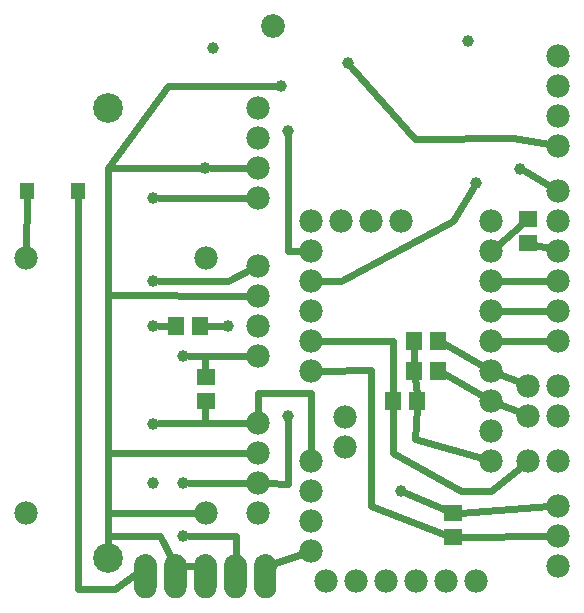
<source format=gbl>
G04 MADE WITH FRITZING*
G04 WWW.FRITZING.ORG*
G04 DOUBLE SIDED*
G04 HOLES PLATED*
G04 CONTOUR ON CENTER OF CONTOUR VECTOR*
%ASAXBY*%
%FSLAX23Y23*%
%MOIN*%
%OFA0B0*%
%SFA1.0B1.0*%
%ADD10C,0.039370*%
%ADD11C,0.079370*%
%ADD12C,0.099055*%
%ADD13C,0.078000*%
%ADD14C,0.074000*%
%ADD15R,0.055118X0.059055*%
%ADD16R,0.059055X0.055118*%
%ADD17R,0.050000X0.057874*%
%ADD18C,0.024000*%
%ADD19R,0.001000X0.001000*%
%LNCOPPER0*%
G90*
G70*
G54D10*
X746Y1833D03*
X971Y1708D03*
G54D11*
X946Y1908D03*
G54D12*
X396Y133D03*
X396Y1633D03*
G54D10*
X1621Y1383D03*
G54D13*
X1671Y458D03*
X1671Y558D03*
X1671Y658D03*
X1671Y758D03*
X1671Y858D03*
X1671Y958D03*
X1671Y1058D03*
X1671Y1158D03*
X1671Y1258D03*
X1671Y458D03*
X1671Y558D03*
X1671Y658D03*
X1671Y758D03*
X1671Y858D03*
X1671Y958D03*
X1671Y1058D03*
X1671Y1158D03*
X1671Y1258D03*
X1121Y58D03*
X1221Y58D03*
X1321Y58D03*
X1421Y58D03*
X1521Y58D03*
X1621Y58D03*
X1896Y1358D03*
X1896Y1258D03*
X1896Y1158D03*
X1896Y1808D03*
X1896Y1708D03*
X1896Y1608D03*
X1896Y1508D03*
X1184Y604D03*
X1184Y504D03*
X1184Y604D03*
X1184Y504D03*
X894Y283D03*
X894Y383D03*
X894Y483D03*
X894Y583D03*
G54D10*
X1196Y1783D03*
X1596Y1858D03*
G54D13*
X1071Y1258D03*
X1071Y1158D03*
X1071Y1058D03*
X1071Y958D03*
X1071Y858D03*
X1071Y758D03*
X1171Y1258D03*
X1271Y1258D03*
X1371Y1258D03*
X1071Y458D03*
X1071Y358D03*
X1071Y258D03*
X1071Y158D03*
X894Y1333D03*
X894Y1433D03*
X894Y1533D03*
X894Y1633D03*
G54D10*
X546Y1333D03*
X646Y383D03*
G54D13*
X1896Y708D03*
X1796Y708D03*
X1896Y708D03*
X1796Y708D03*
X1896Y608D03*
X1796Y608D03*
X1896Y608D03*
X1796Y608D03*
X1796Y458D03*
X1896Y458D03*
X1796Y458D03*
X1896Y458D03*
X1896Y108D03*
X1896Y208D03*
X1896Y308D03*
G54D14*
X821Y108D03*
X821Y108D03*
X821Y108D03*
X521Y108D03*
X521Y108D03*
X521Y108D03*
X621Y108D03*
X621Y108D03*
X621Y108D03*
X721Y108D03*
X721Y108D03*
X721Y108D03*
G54D10*
X1770Y1432D03*
G54D13*
X721Y1133D03*
X721Y1133D03*
X721Y283D03*
X721Y283D03*
X121Y1133D03*
X121Y1133D03*
X121Y283D03*
X121Y283D03*
G54D10*
X547Y383D03*
G54D14*
X921Y108D03*
X921Y108D03*
X921Y108D03*
G54D13*
X1896Y1058D03*
X1896Y958D03*
X1896Y858D03*
G54D10*
X996Y1558D03*
X1371Y358D03*
G54D13*
X894Y808D03*
X894Y908D03*
X894Y1008D03*
X894Y1108D03*
G54D10*
X996Y608D03*
X646Y207D03*
X719Y1433D03*
X546Y1058D03*
X545Y582D03*
X647Y809D03*
X795Y907D03*
X546Y908D03*
G54D15*
X1496Y858D03*
X1415Y858D03*
G54D16*
X1796Y1183D03*
X1796Y1264D03*
G54D15*
X1346Y658D03*
X1426Y658D03*
G54D16*
X1546Y283D03*
X1546Y203D03*
G54D15*
X1496Y758D03*
X1415Y758D03*
X621Y908D03*
X701Y908D03*
G54D16*
X721Y658D03*
X721Y739D03*
G54D17*
X296Y1358D03*
X126Y1358D03*
G54D18*
X396Y283D02*
X396Y1010D01*
D02*
X396Y283D02*
X396Y174D01*
D02*
X1866Y1514D02*
X1746Y1535D01*
D02*
X1746Y1535D02*
X1419Y1532D01*
D02*
X1419Y1532D02*
X1208Y1769D01*
D02*
X1772Y1244D02*
X1694Y1178D01*
D02*
X1547Y1259D02*
X1171Y1058D01*
D02*
X1611Y1367D02*
X1547Y1259D01*
D02*
X1171Y1058D02*
X1101Y1058D01*
D02*
X1071Y684D02*
X897Y684D01*
D02*
X897Y684D02*
X895Y613D01*
D02*
X1071Y489D02*
X1071Y684D01*
D02*
X1820Y1177D02*
X1867Y1166D01*
D02*
X565Y1333D02*
X864Y1333D01*
D02*
X396Y283D02*
X394Y484D01*
D02*
X394Y484D02*
X864Y483D01*
D02*
X665Y383D02*
X864Y383D01*
D02*
X1042Y149D02*
X952Y119D01*
D02*
X1699Y747D02*
X1768Y720D01*
D02*
X1699Y647D02*
X1768Y620D01*
D02*
X1645Y773D02*
X1518Y846D01*
D02*
X1645Y673D02*
X1518Y746D01*
D02*
X1870Y1374D02*
X1786Y1423D01*
D02*
X396Y283D02*
X691Y283D01*
D02*
X121Y1164D02*
X126Y1335D01*
D02*
X295Y32D02*
X296Y1335D01*
D02*
X420Y32D02*
X295Y32D01*
D02*
X494Y88D02*
X420Y32D01*
D02*
X864Y1433D02*
X738Y1433D01*
D02*
X1866Y858D02*
X1701Y858D01*
D02*
X1866Y958D02*
X1701Y958D01*
D02*
X1866Y1058D02*
X1701Y1058D01*
D02*
X569Y207D02*
X394Y207D01*
D02*
X394Y207D02*
X395Y174D01*
D02*
X605Y138D02*
X569Y207D01*
D02*
X688Y108D02*
X654Y108D01*
D02*
X1415Y834D02*
X1415Y782D01*
D02*
X1418Y734D02*
X1424Y682D01*
D02*
X1420Y532D02*
X1642Y467D01*
D02*
X1425Y634D02*
X1420Y532D01*
D02*
X1346Y858D02*
X1346Y682D01*
D02*
X1101Y858D02*
X1346Y858D01*
D02*
X1571Y358D02*
X1671Y358D01*
D02*
X1671Y358D02*
X1772Y439D01*
D02*
X1346Y484D02*
X1571Y358D01*
D02*
X1346Y634D02*
X1346Y484D01*
D02*
X995Y1157D02*
X1041Y1158D01*
D02*
X996Y1539D02*
X995Y1157D01*
D02*
X1570Y285D02*
X1866Y306D01*
D02*
X1272Y309D02*
X1271Y760D01*
D02*
X1271Y760D02*
X1101Y759D01*
D02*
X1272Y309D02*
X1522Y212D01*
D02*
X1522Y294D02*
X1388Y351D01*
D02*
X1866Y208D02*
X1570Y203D01*
D02*
X595Y1709D02*
X394Y1433D01*
D02*
X995Y382D02*
X996Y589D01*
D02*
X924Y383D02*
X995Y382D01*
D02*
X665Y207D02*
X821Y207D01*
D02*
X821Y207D02*
X821Y142D01*
D02*
X564Y583D02*
X720Y583D01*
D02*
X720Y583D02*
X864Y583D01*
D02*
X396Y1010D02*
X394Y1433D01*
D02*
X666Y809D02*
X864Y808D01*
D02*
X565Y1058D02*
X795Y1058D01*
D02*
X795Y1058D02*
X867Y1095D01*
D02*
X396Y1010D02*
X864Y1008D01*
D02*
X952Y1708D02*
X595Y1709D01*
D02*
X700Y1433D02*
X394Y1433D01*
D02*
X720Y583D02*
X720Y636D01*
D02*
X720Y808D02*
X720Y761D01*
D02*
X666Y809D02*
X720Y808D01*
D02*
X776Y908D02*
X723Y908D01*
D02*
X565Y908D02*
X599Y908D01*
G54D19*
X513Y146D02*
X527Y146D01*
X613Y146D02*
X627Y146D01*
X713Y146D02*
X727Y146D01*
X813Y146D02*
X827Y146D01*
X913Y146D02*
X927Y146D01*
X509Y145D02*
X531Y145D01*
X609Y145D02*
X631Y145D01*
X709Y145D02*
X731Y145D01*
X809Y145D02*
X831Y145D01*
X909Y145D02*
X931Y145D01*
X506Y144D02*
X534Y144D01*
X606Y144D02*
X634Y144D01*
X706Y144D02*
X734Y144D01*
X806Y144D02*
X834Y144D01*
X906Y144D02*
X934Y144D01*
X504Y143D02*
X536Y143D01*
X604Y143D02*
X636Y143D01*
X704Y143D02*
X736Y143D01*
X804Y143D02*
X836Y143D01*
X904Y143D02*
X936Y143D01*
X502Y142D02*
X538Y142D01*
X602Y142D02*
X638Y142D01*
X702Y142D02*
X738Y142D01*
X802Y142D02*
X838Y142D01*
X902Y142D02*
X938Y142D01*
X501Y141D02*
X540Y141D01*
X601Y141D02*
X640Y141D01*
X701Y141D02*
X739Y141D01*
X801Y141D02*
X839Y141D01*
X901Y141D02*
X939Y141D01*
X499Y140D02*
X541Y140D01*
X599Y140D02*
X641Y140D01*
X699Y140D02*
X741Y140D01*
X799Y140D02*
X841Y140D01*
X899Y140D02*
X941Y140D01*
X498Y139D02*
X542Y139D01*
X598Y139D02*
X642Y139D01*
X698Y139D02*
X742Y139D01*
X798Y139D02*
X842Y139D01*
X898Y139D02*
X942Y139D01*
X497Y138D02*
X544Y138D01*
X597Y138D02*
X644Y138D01*
X697Y138D02*
X744Y138D01*
X797Y138D02*
X844Y138D01*
X897Y138D02*
X943Y138D01*
X496Y137D02*
X545Y137D01*
X595Y137D02*
X645Y137D01*
X695Y137D02*
X745Y137D01*
X795Y137D02*
X845Y137D01*
X895Y137D02*
X945Y137D01*
X494Y136D02*
X546Y136D01*
X594Y136D02*
X646Y136D01*
X694Y136D02*
X746Y136D01*
X794Y136D02*
X846Y136D01*
X894Y136D02*
X946Y136D01*
X494Y135D02*
X547Y135D01*
X593Y135D02*
X647Y135D01*
X693Y135D02*
X747Y135D01*
X793Y135D02*
X847Y135D01*
X893Y135D02*
X947Y135D01*
X493Y134D02*
X548Y134D01*
X593Y134D02*
X648Y134D01*
X693Y134D02*
X748Y134D01*
X793Y134D02*
X848Y134D01*
X892Y134D02*
X948Y134D01*
X492Y133D02*
X548Y133D01*
X592Y133D02*
X648Y133D01*
X692Y133D02*
X748Y133D01*
X792Y133D02*
X848Y133D01*
X892Y133D02*
X948Y133D01*
X491Y132D02*
X549Y132D01*
X591Y132D02*
X649Y132D01*
X691Y132D02*
X749Y132D01*
X791Y132D02*
X849Y132D01*
X891Y132D02*
X949Y132D01*
X490Y131D02*
X514Y131D01*
X526Y131D02*
X550Y131D01*
X590Y131D02*
X614Y131D01*
X626Y131D02*
X650Y131D01*
X690Y131D02*
X714Y131D01*
X726Y131D02*
X750Y131D01*
X790Y131D02*
X814Y131D01*
X826Y131D02*
X850Y131D01*
X890Y131D02*
X914Y131D01*
X926Y131D02*
X950Y131D01*
X490Y130D02*
X511Y130D01*
X529Y130D02*
X551Y130D01*
X590Y130D02*
X611Y130D01*
X629Y130D02*
X651Y130D01*
X690Y130D02*
X711Y130D01*
X729Y130D02*
X751Y130D01*
X790Y130D02*
X811Y130D01*
X829Y130D02*
X851Y130D01*
X889Y130D02*
X911Y130D01*
X929Y130D02*
X951Y130D01*
X489Y129D02*
X509Y129D01*
X531Y129D02*
X551Y129D01*
X589Y129D02*
X609Y129D01*
X631Y129D02*
X651Y129D01*
X689Y129D02*
X709Y129D01*
X731Y129D02*
X751Y129D01*
X789Y129D02*
X809Y129D01*
X831Y129D02*
X851Y129D01*
X889Y129D02*
X909Y129D01*
X931Y129D02*
X951Y129D01*
X488Y128D02*
X507Y128D01*
X533Y128D02*
X552Y128D01*
X588Y128D02*
X607Y128D01*
X633Y128D02*
X652Y128D01*
X688Y128D02*
X707Y128D01*
X733Y128D02*
X752Y128D01*
X788Y128D02*
X807Y128D01*
X833Y128D02*
X852Y128D01*
X888Y128D02*
X907Y128D01*
X933Y128D02*
X952Y128D01*
X488Y127D02*
X506Y127D01*
X534Y127D02*
X552Y127D01*
X588Y127D02*
X606Y127D01*
X634Y127D02*
X652Y127D01*
X688Y127D02*
X706Y127D01*
X734Y127D02*
X752Y127D01*
X788Y127D02*
X806Y127D01*
X834Y127D02*
X852Y127D01*
X888Y127D02*
X906Y127D01*
X934Y127D02*
X952Y127D01*
X487Y126D02*
X505Y126D01*
X535Y126D02*
X553Y126D01*
X587Y126D02*
X605Y126D01*
X635Y126D02*
X653Y126D01*
X687Y126D02*
X705Y126D01*
X735Y126D02*
X753Y126D01*
X787Y126D02*
X805Y126D01*
X835Y126D02*
X853Y126D01*
X887Y126D02*
X905Y126D01*
X935Y126D02*
X953Y126D01*
X487Y125D02*
X504Y125D01*
X537Y125D02*
X553Y125D01*
X587Y125D02*
X604Y125D01*
X636Y125D02*
X653Y125D01*
X687Y125D02*
X704Y125D01*
X736Y125D02*
X753Y125D01*
X787Y125D02*
X804Y125D01*
X836Y125D02*
X853Y125D01*
X887Y125D02*
X904Y125D01*
X936Y125D02*
X953Y125D01*
X486Y124D02*
X503Y124D01*
X537Y124D02*
X554Y124D01*
X586Y124D02*
X603Y124D01*
X637Y124D02*
X654Y124D01*
X686Y124D02*
X703Y124D01*
X737Y124D02*
X754Y124D01*
X786Y124D02*
X803Y124D01*
X837Y124D02*
X854Y124D01*
X886Y124D02*
X903Y124D01*
X937Y124D02*
X954Y124D01*
X486Y123D02*
X502Y123D01*
X538Y123D02*
X554Y123D01*
X586Y123D02*
X602Y123D01*
X638Y123D02*
X654Y123D01*
X686Y123D02*
X702Y123D01*
X738Y123D02*
X754Y123D01*
X786Y123D02*
X802Y123D01*
X838Y123D02*
X854Y123D01*
X886Y123D02*
X902Y123D01*
X938Y123D02*
X954Y123D01*
X486Y122D02*
X501Y122D01*
X539Y122D02*
X555Y122D01*
X586Y122D02*
X601Y122D01*
X639Y122D02*
X654Y122D01*
X686Y122D02*
X701Y122D01*
X739Y122D02*
X754Y122D01*
X786Y122D02*
X801Y122D01*
X839Y122D02*
X854Y122D01*
X886Y122D02*
X901Y122D01*
X939Y122D02*
X954Y122D01*
X485Y121D02*
X501Y121D01*
X539Y121D02*
X555Y121D01*
X585Y121D02*
X601Y121D01*
X639Y121D02*
X655Y121D01*
X685Y121D02*
X701Y121D01*
X739Y121D02*
X755Y121D01*
X785Y121D02*
X801Y121D01*
X839Y121D02*
X855Y121D01*
X885Y121D02*
X901Y121D01*
X939Y121D02*
X955Y121D01*
X485Y120D02*
X500Y120D01*
X540Y120D02*
X555Y120D01*
X585Y120D02*
X600Y120D01*
X640Y120D02*
X655Y120D01*
X685Y120D02*
X700Y120D01*
X740Y120D02*
X755Y120D01*
X785Y120D02*
X800Y120D01*
X840Y120D02*
X855Y120D01*
X885Y120D02*
X900Y120D01*
X940Y120D02*
X955Y120D01*
X485Y119D02*
X500Y119D01*
X541Y119D02*
X555Y119D01*
X585Y119D02*
X600Y119D01*
X641Y119D02*
X655Y119D01*
X685Y119D02*
X700Y119D01*
X741Y119D02*
X755Y119D01*
X785Y119D02*
X800Y119D01*
X840Y119D02*
X855Y119D01*
X885Y119D02*
X900Y119D01*
X940Y119D02*
X955Y119D01*
X485Y118D02*
X499Y118D01*
X541Y118D02*
X556Y118D01*
X585Y118D02*
X599Y118D01*
X641Y118D02*
X656Y118D01*
X684Y118D02*
X699Y118D01*
X741Y118D02*
X756Y118D01*
X784Y118D02*
X799Y118D01*
X841Y118D02*
X856Y118D01*
X884Y118D02*
X899Y118D01*
X941Y118D02*
X956Y118D01*
X484Y117D02*
X499Y117D01*
X541Y117D02*
X556Y117D01*
X584Y117D02*
X599Y117D01*
X641Y117D02*
X656Y117D01*
X684Y117D02*
X699Y117D01*
X741Y117D02*
X756Y117D01*
X784Y117D02*
X799Y117D01*
X841Y117D02*
X856Y117D01*
X884Y117D02*
X899Y117D01*
X941Y117D02*
X956Y117D01*
X484Y116D02*
X499Y116D01*
X542Y116D02*
X556Y116D01*
X584Y116D02*
X599Y116D01*
X642Y116D02*
X656Y116D01*
X684Y116D02*
X699Y116D01*
X742Y116D02*
X756Y116D01*
X784Y116D02*
X799Y116D01*
X842Y116D02*
X856Y116D01*
X884Y116D02*
X898Y116D01*
X942Y116D02*
X956Y116D01*
X484Y115D02*
X498Y115D01*
X542Y115D02*
X556Y115D01*
X584Y115D02*
X598Y115D01*
X642Y115D02*
X656Y115D01*
X684Y115D02*
X698Y115D01*
X742Y115D02*
X756Y115D01*
X784Y115D02*
X798Y115D01*
X842Y115D02*
X856Y115D01*
X884Y115D02*
X898Y115D01*
X942Y115D02*
X956Y115D01*
X484Y114D02*
X498Y114D01*
X542Y114D02*
X556Y114D01*
X584Y114D02*
X598Y114D01*
X642Y114D02*
X656Y114D01*
X684Y114D02*
X698Y114D01*
X742Y114D02*
X756Y114D01*
X784Y114D02*
X798Y114D01*
X842Y114D02*
X856Y114D01*
X884Y114D02*
X898Y114D01*
X942Y114D02*
X956Y114D01*
X484Y113D02*
X498Y113D01*
X542Y113D02*
X556Y113D01*
X584Y113D02*
X598Y113D01*
X642Y113D02*
X656Y113D01*
X684Y113D02*
X698Y113D01*
X742Y113D02*
X756Y113D01*
X784Y113D02*
X798Y113D01*
X842Y113D02*
X856Y113D01*
X884Y113D02*
X898Y113D01*
X942Y113D02*
X956Y113D01*
X484Y112D02*
X498Y112D01*
X542Y112D02*
X556Y112D01*
X584Y112D02*
X598Y112D01*
X642Y112D02*
X656Y112D01*
X684Y112D02*
X698Y112D01*
X742Y112D02*
X756Y112D01*
X784Y112D02*
X798Y112D01*
X842Y112D02*
X856Y112D01*
X884Y112D02*
X898Y112D01*
X942Y112D02*
X956Y112D01*
X484Y111D02*
X498Y111D01*
X543Y111D02*
X557Y111D01*
X584Y111D02*
X598Y111D01*
X643Y111D02*
X657Y111D01*
X684Y111D02*
X698Y111D01*
X742Y111D02*
X756Y111D01*
X784Y111D02*
X798Y111D01*
X842Y111D02*
X856Y111D01*
X884Y111D02*
X898Y111D01*
X942Y111D02*
X956Y111D01*
X484Y110D02*
X498Y110D01*
X543Y110D02*
X557Y110D01*
X584Y110D02*
X598Y110D01*
X643Y110D02*
X657Y110D01*
X684Y110D02*
X698Y110D01*
X743Y110D02*
X757Y110D01*
X784Y110D02*
X798Y110D01*
X843Y110D02*
X857Y110D01*
X884Y110D02*
X898Y110D01*
X942Y110D02*
X956Y110D01*
X484Y109D02*
X498Y109D01*
X543Y109D02*
X557Y109D01*
X584Y109D02*
X598Y109D01*
X643Y109D02*
X657Y109D01*
X684Y109D02*
X698Y109D01*
X743Y109D02*
X757Y109D01*
X784Y109D02*
X798Y109D01*
X842Y109D02*
X857Y109D01*
X884Y109D02*
X898Y109D01*
X942Y109D02*
X956Y109D01*
X484Y108D02*
X498Y108D01*
X542Y108D02*
X557Y108D01*
X584Y108D02*
X598Y108D01*
X642Y108D02*
X657Y108D01*
X684Y108D02*
X698Y108D01*
X742Y108D02*
X757Y108D01*
X784Y108D02*
X798Y108D01*
X842Y108D02*
X857Y108D01*
X884Y108D02*
X898Y108D01*
X942Y108D02*
X956Y108D01*
X484Y107D02*
X498Y107D01*
X542Y107D02*
X557Y107D01*
X584Y107D02*
X598Y107D01*
X642Y107D02*
X657Y107D01*
X684Y107D02*
X698Y107D01*
X742Y107D02*
X757Y107D01*
X784Y107D02*
X798Y107D01*
X842Y107D02*
X857Y107D01*
X884Y107D02*
X898Y107D01*
X942Y107D02*
X956Y107D01*
X484Y106D02*
X498Y106D01*
X542Y106D02*
X557Y106D01*
X584Y106D02*
X598Y106D01*
X642Y106D02*
X657Y106D01*
X684Y106D02*
X698Y106D01*
X742Y106D02*
X757Y106D01*
X784Y106D02*
X798Y106D01*
X842Y106D02*
X857Y106D01*
X884Y106D02*
X898Y106D01*
X942Y106D02*
X956Y106D01*
X484Y105D02*
X498Y105D01*
X542Y105D02*
X557Y105D01*
X584Y105D02*
X598Y105D01*
X642Y105D02*
X657Y105D01*
X684Y105D02*
X698Y105D01*
X742Y105D02*
X757Y105D01*
X784Y105D02*
X798Y105D01*
X842Y105D02*
X857Y105D01*
X884Y105D02*
X898Y105D01*
X942Y105D02*
X956Y105D01*
X484Y104D02*
X498Y104D01*
X542Y104D02*
X557Y104D01*
X584Y104D02*
X598Y104D01*
X642Y104D02*
X657Y104D01*
X684Y104D02*
X698Y104D01*
X742Y104D02*
X757Y104D01*
X784Y104D02*
X798Y104D01*
X842Y104D02*
X857Y104D01*
X884Y104D02*
X898Y104D01*
X942Y104D02*
X956Y104D01*
X484Y103D02*
X499Y103D01*
X541Y103D02*
X557Y103D01*
X584Y103D02*
X599Y103D01*
X641Y103D02*
X657Y103D01*
X684Y103D02*
X699Y103D01*
X741Y103D02*
X757Y103D01*
X784Y103D02*
X799Y103D01*
X841Y103D02*
X857Y103D01*
X884Y103D02*
X899Y103D01*
X941Y103D02*
X956Y103D01*
X484Y102D02*
X499Y102D01*
X541Y102D02*
X557Y102D01*
X584Y102D02*
X599Y102D01*
X641Y102D02*
X657Y102D01*
X684Y102D02*
X699Y102D01*
X741Y102D02*
X757Y102D01*
X784Y102D02*
X799Y102D01*
X841Y102D02*
X857Y102D01*
X884Y102D02*
X899Y102D01*
X941Y102D02*
X956Y102D01*
X484Y101D02*
X500Y101D01*
X541Y101D02*
X557Y101D01*
X584Y101D02*
X599Y101D01*
X641Y101D02*
X657Y101D01*
X684Y101D02*
X699Y101D01*
X741Y101D02*
X757Y101D01*
X784Y101D02*
X799Y101D01*
X841Y101D02*
X857Y101D01*
X884Y101D02*
X899Y101D01*
X941Y101D02*
X956Y101D01*
X484Y100D02*
X500Y100D01*
X540Y100D02*
X557Y100D01*
X584Y100D02*
X600Y100D01*
X640Y100D02*
X657Y100D01*
X684Y100D02*
X700Y100D01*
X740Y100D02*
X757Y100D01*
X784Y100D02*
X800Y100D01*
X840Y100D02*
X857Y100D01*
X884Y100D02*
X900Y100D01*
X940Y100D02*
X956Y100D01*
X484Y99D02*
X501Y99D01*
X540Y99D02*
X557Y99D01*
X584Y99D02*
X601Y99D01*
X640Y99D02*
X657Y99D01*
X684Y99D02*
X701Y99D01*
X740Y99D02*
X757Y99D01*
X784Y99D02*
X801Y99D01*
X840Y99D02*
X857Y99D01*
X884Y99D02*
X900Y99D01*
X940Y99D02*
X956Y99D01*
X484Y98D02*
X501Y98D01*
X539Y98D02*
X557Y98D01*
X584Y98D02*
X601Y98D01*
X639Y98D02*
X657Y98D01*
X684Y98D02*
X701Y98D01*
X739Y98D02*
X757Y98D01*
X784Y98D02*
X801Y98D01*
X839Y98D02*
X857Y98D01*
X884Y98D02*
X901Y98D01*
X939Y98D02*
X956Y98D01*
X484Y97D02*
X502Y97D01*
X538Y97D02*
X557Y97D01*
X584Y97D02*
X602Y97D01*
X638Y97D02*
X657Y97D01*
X684Y97D02*
X702Y97D01*
X738Y97D02*
X757Y97D01*
X784Y97D02*
X802Y97D01*
X838Y97D02*
X857Y97D01*
X884Y97D02*
X902Y97D01*
X938Y97D02*
X956Y97D01*
X484Y96D02*
X503Y96D01*
X538Y96D02*
X557Y96D01*
X584Y96D02*
X603Y96D01*
X638Y96D02*
X657Y96D01*
X684Y96D02*
X703Y96D01*
X737Y96D02*
X757Y96D01*
X784Y96D02*
X803Y96D01*
X837Y96D02*
X857Y96D01*
X884Y96D02*
X903Y96D01*
X937Y96D02*
X956Y96D01*
X484Y95D02*
X503Y95D01*
X537Y95D02*
X557Y95D01*
X584Y95D02*
X603Y95D01*
X637Y95D02*
X657Y95D01*
X684Y95D02*
X703Y95D01*
X737Y95D02*
X757Y95D01*
X784Y95D02*
X803Y95D01*
X837Y95D02*
X857Y95D01*
X884Y95D02*
X903Y95D01*
X937Y95D02*
X956Y95D01*
X484Y94D02*
X504Y94D01*
X536Y94D02*
X557Y94D01*
X584Y94D02*
X604Y94D01*
X636Y94D02*
X657Y94D01*
X684Y94D02*
X704Y94D01*
X736Y94D02*
X757Y94D01*
X784Y94D02*
X804Y94D01*
X836Y94D02*
X857Y94D01*
X884Y94D02*
X904Y94D01*
X936Y94D02*
X956Y94D01*
X484Y93D02*
X506Y93D01*
X535Y93D02*
X557Y93D01*
X584Y93D02*
X606Y93D01*
X635Y93D02*
X657Y93D01*
X684Y93D02*
X706Y93D01*
X734Y93D02*
X757Y93D01*
X784Y93D02*
X806Y93D01*
X834Y93D02*
X857Y93D01*
X884Y93D02*
X906Y93D01*
X934Y93D02*
X956Y93D01*
X484Y92D02*
X507Y92D01*
X533Y92D02*
X557Y92D01*
X584Y92D02*
X607Y92D01*
X633Y92D02*
X657Y92D01*
X684Y92D02*
X707Y92D01*
X733Y92D02*
X757Y92D01*
X784Y92D02*
X807Y92D01*
X833Y92D02*
X857Y92D01*
X884Y92D02*
X907Y92D01*
X933Y92D02*
X956Y92D01*
X484Y91D02*
X508Y91D01*
X532Y91D02*
X557Y91D01*
X584Y91D02*
X608Y91D01*
X632Y91D02*
X657Y91D01*
X684Y91D02*
X708Y91D01*
X732Y91D02*
X757Y91D01*
X784Y91D02*
X808Y91D01*
X832Y91D02*
X857Y91D01*
X884Y91D02*
X908Y91D01*
X932Y91D02*
X956Y91D01*
X484Y90D02*
X510Y90D01*
X530Y90D02*
X557Y90D01*
X584Y90D02*
X610Y90D01*
X630Y90D02*
X657Y90D01*
X684Y90D02*
X710Y90D01*
X730Y90D02*
X757Y90D01*
X784Y90D02*
X810Y90D01*
X830Y90D02*
X857Y90D01*
X884Y90D02*
X910Y90D01*
X930Y90D02*
X956Y90D01*
X484Y89D02*
X513Y89D01*
X527Y89D02*
X557Y89D01*
X584Y89D02*
X613Y89D01*
X627Y89D02*
X657Y89D01*
X684Y89D02*
X713Y89D01*
X727Y89D02*
X757Y89D01*
X784Y89D02*
X813Y89D01*
X827Y89D02*
X857Y89D01*
X884Y89D02*
X913Y89D01*
X927Y89D02*
X956Y89D01*
X484Y88D02*
X517Y88D01*
X523Y88D02*
X557Y88D01*
X584Y88D02*
X617Y88D01*
X623Y88D02*
X657Y88D01*
X684Y88D02*
X717Y88D01*
X723Y88D02*
X757Y88D01*
X784Y88D02*
X817Y88D01*
X823Y88D02*
X857Y88D01*
X884Y88D02*
X917Y88D01*
X923Y88D02*
X956Y88D01*
X484Y87D02*
X557Y87D01*
X584Y87D02*
X657Y87D01*
X684Y87D02*
X757Y87D01*
X784Y87D02*
X857Y87D01*
X884Y87D02*
X956Y87D01*
X484Y86D02*
X557Y86D01*
X584Y86D02*
X657Y86D01*
X684Y86D02*
X757Y86D01*
X784Y86D02*
X857Y86D01*
X884Y86D02*
X956Y86D01*
X484Y85D02*
X557Y85D01*
X584Y85D02*
X657Y85D01*
X684Y85D02*
X757Y85D01*
X784Y85D02*
X857Y85D01*
X884Y85D02*
X956Y85D01*
X484Y84D02*
X557Y84D01*
X584Y84D02*
X657Y84D01*
X684Y84D02*
X757Y84D01*
X784Y84D02*
X857Y84D01*
X884Y84D02*
X956Y84D01*
X484Y83D02*
X557Y83D01*
X584Y83D02*
X657Y83D01*
X684Y83D02*
X757Y83D01*
X784Y83D02*
X857Y83D01*
X884Y83D02*
X956Y83D01*
X484Y82D02*
X557Y82D01*
X584Y82D02*
X657Y82D01*
X684Y82D02*
X757Y82D01*
X784Y82D02*
X857Y82D01*
X884Y82D02*
X956Y82D01*
X484Y81D02*
X557Y81D01*
X584Y81D02*
X657Y81D01*
X684Y81D02*
X757Y81D01*
X784Y81D02*
X857Y81D01*
X884Y81D02*
X956Y81D01*
X484Y80D02*
X557Y80D01*
X584Y80D02*
X657Y80D01*
X684Y80D02*
X757Y80D01*
X784Y80D02*
X857Y80D01*
X884Y80D02*
X956Y80D01*
X484Y79D02*
X557Y79D01*
X584Y79D02*
X657Y79D01*
X684Y79D02*
X757Y79D01*
X784Y79D02*
X857Y79D01*
X884Y79D02*
X956Y79D01*
X484Y78D02*
X557Y78D01*
X584Y78D02*
X657Y78D01*
X684Y78D02*
X757Y78D01*
X784Y78D02*
X857Y78D01*
X884Y78D02*
X956Y78D01*
X484Y77D02*
X557Y77D01*
X584Y77D02*
X657Y77D01*
X684Y77D02*
X757Y77D01*
X784Y77D02*
X857Y77D01*
X884Y77D02*
X956Y77D01*
X484Y76D02*
X557Y76D01*
X584Y76D02*
X657Y76D01*
X684Y76D02*
X757Y76D01*
X784Y76D02*
X857Y76D01*
X884Y76D02*
X956Y76D01*
X484Y75D02*
X557Y75D01*
X584Y75D02*
X657Y75D01*
X684Y75D02*
X757Y75D01*
X784Y75D02*
X857Y75D01*
X884Y75D02*
X956Y75D01*
X484Y74D02*
X557Y74D01*
X584Y74D02*
X657Y74D01*
X684Y74D02*
X757Y74D01*
X784Y74D02*
X857Y74D01*
X884Y74D02*
X956Y74D01*
X484Y73D02*
X557Y73D01*
X584Y73D02*
X657Y73D01*
X684Y73D02*
X757Y73D01*
X784Y73D02*
X857Y73D01*
X884Y73D02*
X956Y73D01*
X484Y72D02*
X557Y72D01*
X584Y72D02*
X657Y72D01*
X684Y72D02*
X757Y72D01*
X784Y72D02*
X857Y72D01*
X884Y72D02*
X956Y72D01*
X484Y71D02*
X557Y71D01*
X584Y71D02*
X657Y71D01*
X684Y71D02*
X757Y71D01*
X784Y71D02*
X857Y71D01*
X884Y71D02*
X956Y71D01*
X484Y70D02*
X557Y70D01*
X584Y70D02*
X657Y70D01*
X684Y70D02*
X757Y70D01*
X784Y70D02*
X857Y70D01*
X884Y70D02*
X956Y70D01*
X484Y69D02*
X557Y69D01*
X584Y69D02*
X657Y69D01*
X684Y69D02*
X757Y69D01*
X784Y69D02*
X857Y69D01*
X884Y69D02*
X956Y69D01*
X484Y68D02*
X557Y68D01*
X584Y68D02*
X657Y68D01*
X684Y68D02*
X757Y68D01*
X784Y68D02*
X857Y68D01*
X884Y68D02*
X956Y68D01*
X484Y67D02*
X557Y67D01*
X584Y67D02*
X657Y67D01*
X684Y67D02*
X757Y67D01*
X784Y67D02*
X857Y67D01*
X884Y67D02*
X956Y67D01*
X484Y66D02*
X557Y66D01*
X584Y66D02*
X657Y66D01*
X684Y66D02*
X757Y66D01*
X784Y66D02*
X857Y66D01*
X884Y66D02*
X956Y66D01*
X484Y65D02*
X557Y65D01*
X584Y65D02*
X657Y65D01*
X684Y65D02*
X757Y65D01*
X784Y65D02*
X857Y65D01*
X884Y65D02*
X956Y65D01*
X484Y64D02*
X557Y64D01*
X584Y64D02*
X657Y64D01*
X684Y64D02*
X757Y64D01*
X784Y64D02*
X857Y64D01*
X884Y64D02*
X956Y64D01*
X484Y63D02*
X557Y63D01*
X584Y63D02*
X657Y63D01*
X684Y63D02*
X757Y63D01*
X784Y63D02*
X857Y63D01*
X884Y63D02*
X956Y63D01*
X484Y62D02*
X557Y62D01*
X584Y62D02*
X657Y62D01*
X684Y62D02*
X757Y62D01*
X784Y62D02*
X857Y62D01*
X884Y62D02*
X956Y62D01*
X484Y61D02*
X557Y61D01*
X584Y61D02*
X657Y61D01*
X684Y61D02*
X757Y61D01*
X784Y61D02*
X857Y61D01*
X884Y61D02*
X956Y61D01*
X484Y60D02*
X557Y60D01*
X584Y60D02*
X657Y60D01*
X684Y60D02*
X757Y60D01*
X784Y60D02*
X857Y60D01*
X884Y60D02*
X956Y60D01*
X484Y59D02*
X557Y59D01*
X584Y59D02*
X657Y59D01*
X684Y59D02*
X757Y59D01*
X784Y59D02*
X857Y59D01*
X884Y59D02*
X956Y59D01*
X484Y58D02*
X557Y58D01*
X584Y58D02*
X657Y58D01*
X684Y58D02*
X757Y58D01*
X784Y58D02*
X857Y58D01*
X884Y58D02*
X956Y58D01*
X484Y57D02*
X557Y57D01*
X584Y57D02*
X657Y57D01*
X684Y57D02*
X757Y57D01*
X784Y57D02*
X857Y57D01*
X884Y57D02*
X956Y57D01*
X484Y56D02*
X557Y56D01*
X584Y56D02*
X657Y56D01*
X684Y56D02*
X757Y56D01*
X784Y56D02*
X857Y56D01*
X884Y56D02*
X956Y56D01*
X484Y55D02*
X557Y55D01*
X584Y55D02*
X657Y55D01*
X684Y55D02*
X757Y55D01*
X784Y55D02*
X857Y55D01*
X884Y55D02*
X956Y55D01*
X484Y54D02*
X557Y54D01*
X584Y54D02*
X657Y54D01*
X684Y54D02*
X757Y54D01*
X784Y54D02*
X857Y54D01*
X884Y54D02*
X956Y54D01*
X484Y53D02*
X557Y53D01*
X584Y53D02*
X657Y53D01*
X684Y53D02*
X757Y53D01*
X784Y53D02*
X857Y53D01*
X884Y53D02*
X956Y53D01*
X484Y52D02*
X557Y52D01*
X584Y52D02*
X657Y52D01*
X684Y52D02*
X757Y52D01*
X784Y52D02*
X857Y52D01*
X884Y52D02*
X956Y52D01*
X484Y51D02*
X557Y51D01*
X584Y51D02*
X657Y51D01*
X684Y51D02*
X757Y51D01*
X784Y51D02*
X857Y51D01*
X884Y51D02*
X956Y51D01*
X484Y50D02*
X557Y50D01*
X584Y50D02*
X657Y50D01*
X684Y50D02*
X757Y50D01*
X784Y50D02*
X857Y50D01*
X884Y50D02*
X956Y50D01*
X484Y49D02*
X557Y49D01*
X584Y49D02*
X657Y49D01*
X684Y49D02*
X757Y49D01*
X784Y49D02*
X857Y49D01*
X884Y49D02*
X956Y49D01*
X484Y48D02*
X557Y48D01*
X584Y48D02*
X657Y48D01*
X684Y48D02*
X757Y48D01*
X784Y48D02*
X857Y48D01*
X884Y48D02*
X956Y48D01*
X484Y47D02*
X557Y47D01*
X584Y47D02*
X657Y47D01*
X684Y47D02*
X757Y47D01*
X784Y47D02*
X857Y47D01*
X884Y47D02*
X956Y47D01*
X484Y46D02*
X557Y46D01*
X584Y46D02*
X657Y46D01*
X684Y46D02*
X757Y46D01*
X784Y46D02*
X857Y46D01*
X884Y46D02*
X956Y46D01*
X484Y45D02*
X557Y45D01*
X584Y45D02*
X657Y45D01*
X684Y45D02*
X757Y45D01*
X784Y45D02*
X857Y45D01*
X884Y45D02*
X956Y45D01*
X484Y44D02*
X557Y44D01*
X584Y44D02*
X657Y44D01*
X684Y44D02*
X757Y44D01*
X784Y44D02*
X857Y44D01*
X884Y44D02*
X956Y44D01*
X484Y43D02*
X557Y43D01*
X584Y43D02*
X657Y43D01*
X684Y43D02*
X757Y43D01*
X784Y43D02*
X857Y43D01*
X884Y43D02*
X956Y43D01*
X484Y42D02*
X557Y42D01*
X584Y42D02*
X657Y42D01*
X684Y42D02*
X757Y42D01*
X784Y42D02*
X857Y42D01*
X884Y42D02*
X956Y42D01*
X484Y41D02*
X557Y41D01*
X584Y41D02*
X657Y41D01*
X684Y41D02*
X757Y41D01*
X784Y41D02*
X857Y41D01*
X884Y41D02*
X956Y41D01*
X484Y40D02*
X557Y40D01*
X584Y40D02*
X657Y40D01*
X684Y40D02*
X757Y40D01*
X784Y40D02*
X857Y40D01*
X884Y40D02*
X956Y40D01*
X484Y39D02*
X557Y39D01*
X584Y39D02*
X657Y39D01*
X684Y39D02*
X757Y39D01*
X784Y39D02*
X857Y39D01*
X884Y39D02*
X956Y39D01*
X484Y38D02*
X557Y38D01*
X584Y38D02*
X657Y38D01*
X684Y38D02*
X757Y38D01*
X784Y38D02*
X857Y38D01*
X884Y38D02*
X956Y38D01*
X484Y37D02*
X557Y37D01*
X584Y37D02*
X657Y37D01*
X684Y37D02*
X757Y37D01*
X784Y37D02*
X857Y37D01*
X884Y37D02*
X956Y37D01*
X484Y36D02*
X557Y36D01*
X584Y36D02*
X657Y36D01*
X684Y36D02*
X757Y36D01*
X784Y36D02*
X857Y36D01*
X884Y36D02*
X956Y36D01*
X484Y35D02*
X557Y35D01*
X584Y35D02*
X657Y35D01*
X684Y35D02*
X756Y35D01*
X784Y35D02*
X856Y35D01*
X884Y35D02*
X956Y35D01*
X484Y34D02*
X556Y34D01*
X584Y34D02*
X656Y34D01*
X684Y34D02*
X756Y34D01*
X784Y34D02*
X856Y34D01*
X884Y34D02*
X956Y34D01*
X484Y33D02*
X556Y33D01*
X584Y33D02*
X656Y33D01*
X684Y33D02*
X756Y33D01*
X784Y33D02*
X856Y33D01*
X884Y33D02*
X956Y33D01*
X484Y32D02*
X556Y32D01*
X584Y32D02*
X656Y32D01*
X684Y32D02*
X756Y32D01*
X784Y32D02*
X856Y32D01*
X884Y32D02*
X956Y32D01*
X484Y31D02*
X556Y31D01*
X584Y31D02*
X656Y31D01*
X684Y31D02*
X756Y31D01*
X784Y31D02*
X856Y31D01*
X884Y31D02*
X956Y31D01*
X484Y30D02*
X556Y30D01*
X584Y30D02*
X656Y30D01*
X684Y30D02*
X756Y30D01*
X784Y30D02*
X856Y30D01*
X884Y30D02*
X956Y30D01*
X484Y29D02*
X556Y29D01*
X584Y29D02*
X656Y29D01*
X684Y29D02*
X756Y29D01*
X784Y29D02*
X856Y29D01*
X884Y29D02*
X956Y29D01*
X484Y28D02*
X556Y28D01*
X584Y28D02*
X656Y28D01*
X684Y28D02*
X756Y28D01*
X784Y28D02*
X856Y28D01*
X884Y28D02*
X956Y28D01*
X485Y27D02*
X555Y27D01*
X585Y27D02*
X655Y27D01*
X685Y27D02*
X755Y27D01*
X785Y27D02*
X855Y27D01*
X885Y27D02*
X955Y27D01*
X485Y26D02*
X555Y26D01*
X585Y26D02*
X655Y26D01*
X685Y26D02*
X755Y26D01*
X785Y26D02*
X855Y26D01*
X885Y26D02*
X955Y26D01*
X485Y25D02*
X555Y25D01*
X585Y25D02*
X655Y25D01*
X685Y25D02*
X755Y25D01*
X785Y25D02*
X855Y25D01*
X885Y25D02*
X955Y25D01*
X486Y24D02*
X555Y24D01*
X586Y24D02*
X655Y24D01*
X686Y24D02*
X755Y24D01*
X786Y24D02*
X855Y24D01*
X885Y24D02*
X954Y24D01*
X486Y23D02*
X554Y23D01*
X586Y23D02*
X654Y23D01*
X686Y23D02*
X754Y23D01*
X786Y23D02*
X854Y23D01*
X886Y23D02*
X954Y23D01*
X486Y22D02*
X554Y22D01*
X586Y22D02*
X654Y22D01*
X686Y22D02*
X754Y22D01*
X786Y22D02*
X854Y22D01*
X886Y22D02*
X954Y22D01*
X487Y21D02*
X553Y21D01*
X587Y21D02*
X653Y21D01*
X687Y21D02*
X753Y21D01*
X787Y21D02*
X853Y21D01*
X887Y21D02*
X953Y21D01*
X487Y20D02*
X553Y20D01*
X587Y20D02*
X653Y20D01*
X687Y20D02*
X753Y20D01*
X787Y20D02*
X853Y20D01*
X887Y20D02*
X953Y20D01*
X488Y19D02*
X552Y19D01*
X588Y19D02*
X652Y19D01*
X688Y19D02*
X752Y19D01*
X788Y19D02*
X852Y19D01*
X888Y19D02*
X952Y19D01*
X488Y18D02*
X552Y18D01*
X588Y18D02*
X652Y18D01*
X688Y18D02*
X752Y18D01*
X788Y18D02*
X852Y18D01*
X888Y18D02*
X952Y18D01*
X489Y17D02*
X551Y17D01*
X589Y17D02*
X651Y17D01*
X689Y17D02*
X751Y17D01*
X789Y17D02*
X851Y17D01*
X889Y17D02*
X951Y17D01*
X489Y16D02*
X551Y16D01*
X589Y16D02*
X651Y16D01*
X689Y16D02*
X751Y16D01*
X789Y16D02*
X851Y16D01*
X889Y16D02*
X951Y16D01*
X490Y15D02*
X550Y15D01*
X590Y15D02*
X650Y15D01*
X690Y15D02*
X750Y15D01*
X790Y15D02*
X850Y15D01*
X890Y15D02*
X950Y15D01*
X491Y14D02*
X549Y14D01*
X591Y14D02*
X649Y14D01*
X691Y14D02*
X749Y14D01*
X791Y14D02*
X849Y14D01*
X891Y14D02*
X949Y14D01*
X492Y13D02*
X549Y13D01*
X592Y13D02*
X649Y13D01*
X692Y13D02*
X749Y13D01*
X791Y13D02*
X849Y13D01*
X891Y13D02*
X949Y13D01*
X492Y12D02*
X548Y12D01*
X592Y12D02*
X648Y12D01*
X692Y12D02*
X748Y12D01*
X792Y12D02*
X848Y12D01*
X892Y12D02*
X948Y12D01*
X493Y11D02*
X547Y11D01*
X593Y11D02*
X647Y11D01*
X693Y11D02*
X747Y11D01*
X793Y11D02*
X847Y11D01*
X893Y11D02*
X947Y11D01*
X494Y10D02*
X546Y10D01*
X594Y10D02*
X646Y10D01*
X694Y10D02*
X746Y10D01*
X794Y10D02*
X846Y10D01*
X894Y10D02*
X946Y10D01*
X495Y9D02*
X545Y9D01*
X595Y9D02*
X645Y9D01*
X695Y9D02*
X745Y9D01*
X795Y9D02*
X845Y9D01*
X895Y9D02*
X945Y9D01*
X496Y8D02*
X544Y8D01*
X596Y8D02*
X644Y8D01*
X696Y8D02*
X744Y8D01*
X796Y8D02*
X844Y8D01*
X896Y8D02*
X944Y8D01*
X498Y7D02*
X543Y7D01*
X598Y7D02*
X643Y7D01*
X697Y7D02*
X743Y7D01*
X797Y7D02*
X843Y7D01*
X897Y7D02*
X943Y7D01*
X499Y6D02*
X541Y6D01*
X599Y6D02*
X641Y6D01*
X699Y6D02*
X741Y6D01*
X799Y6D02*
X841Y6D01*
X899Y6D02*
X941Y6D01*
X500Y5D02*
X540Y5D01*
X600Y5D02*
X640Y5D01*
X700Y5D02*
X740Y5D01*
X800Y5D02*
X840Y5D01*
X900Y5D02*
X940Y5D01*
X502Y4D02*
X538Y4D01*
X602Y4D02*
X638Y4D01*
X702Y4D02*
X738Y4D01*
X802Y4D02*
X838Y4D01*
X902Y4D02*
X938Y4D01*
X504Y3D02*
X536Y3D01*
X604Y3D02*
X636Y3D01*
X704Y3D02*
X736Y3D01*
X804Y3D02*
X836Y3D01*
X904Y3D02*
X936Y3D01*
X506Y2D02*
X534Y2D01*
X606Y2D02*
X634Y2D01*
X706Y2D02*
X734Y2D01*
X806Y2D02*
X834Y2D01*
X906Y2D02*
X934Y2D01*
X508Y1D02*
X532Y1D01*
X608Y1D02*
X632Y1D01*
X708Y1D02*
X732Y1D01*
X808Y1D02*
X832Y1D01*
X908Y1D02*
X932Y1D01*
X512Y0D02*
X528Y0D01*
X612Y0D02*
X628Y0D01*
X712Y0D02*
X728Y0D01*
X812Y0D02*
X828Y0D01*
X912Y0D02*
X928Y0D01*
D02*
G04 End of Copper0*
M02*
</source>
